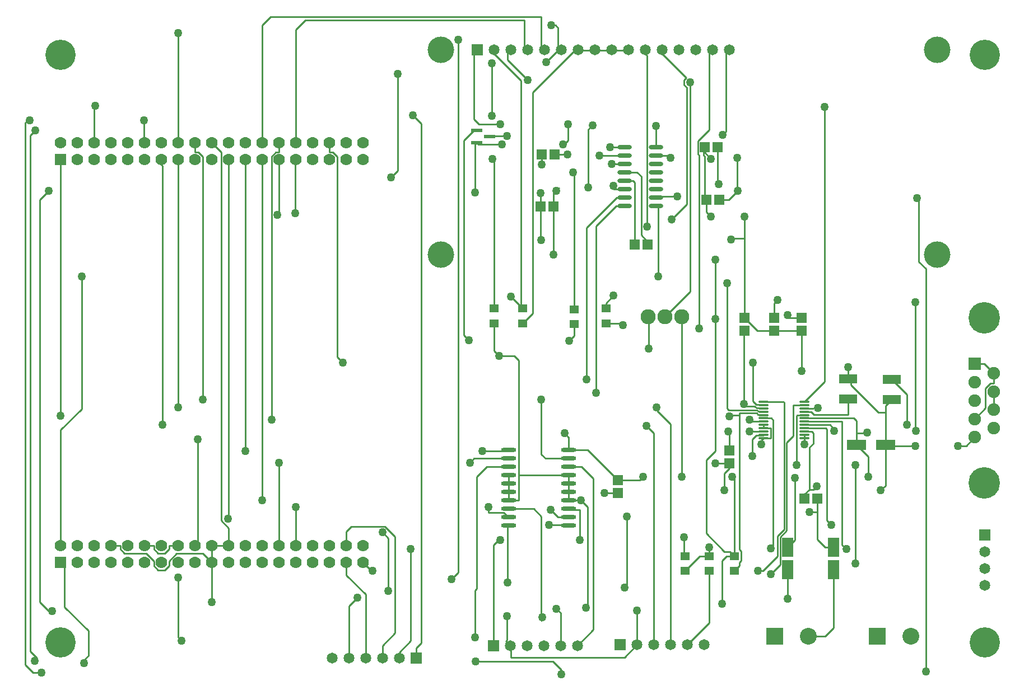
<source format=gtl>
G04*
G04 #@! TF.GenerationSoftware,Altium Limited,Altium Designer,18.1.9 (240)*
G04*
G04 Layer_Physical_Order=1*
G04 Layer_Color=255*
%FSLAX25Y25*%
%MOIN*%
G70*
G01*
G75*
%ADD13C,0.01000*%
%ADD26R,0.07500X0.07500*%
%ADD27C,0.07500*%
%ADD31C,0.10000*%
%ADD40R,0.06693X0.11417*%
%ADD41R,0.11811X0.06299*%
%ADD42R,0.06299X0.05906*%
%ADD43O,0.06496X0.01378*%
%ADD44R,0.11024X0.05315*%
%ADD45R,0.05709X0.04921*%
%ADD46R,0.05906X0.06299*%
%ADD47R,0.06693X0.02362*%
%ADD48O,0.09055X0.02362*%
%ADD49O,0.08661X0.02362*%
%ADD50R,0.06500X0.06500*%
%ADD51C,0.06500*%
%ADD52R,0.10000X0.10000*%
%ADD53R,0.06500X0.06500*%
%ADD54C,0.09000*%
%ADD55C,0.07000*%
%ADD56R,0.07000X0.07000*%
%ADD57C,0.18740*%
%ADD58C,0.05000*%
%ADD59C,0.15748*%
%ADD60C,0.18000*%
D13*
X493000Y188000D02*
X493500Y188500D01*
Y183504D02*
Y188500D01*
X492500Y182504D02*
X493500Y183504D01*
X492500Y182504D02*
X493000Y182004D01*
Y188000D02*
X493500Y187500D01*
X493000Y182004D02*
X493500Y181504D01*
X311500Y38000D02*
Y39500D01*
X311000Y37500D02*
X311500Y38000D01*
X290740Y25740D02*
Y40000D01*
X290000Y25000D02*
X290740Y25740D01*
X290000Y25000D02*
X292500Y22500D01*
X271500Y55500D02*
X272500Y56500D01*
X271500Y27500D02*
Y55500D01*
X272500Y56500D02*
Y123000D01*
X535748Y251277D02*
X540000Y247025D01*
Y7000D02*
Y247025D01*
X457500Y50500D02*
Y67905D01*
X272000Y13000D02*
X318000D01*
X323000Y8000D01*
Y5500D02*
Y8000D01*
X467606Y161921D02*
X471579D01*
X473413Y160087D01*
X493500D01*
X420000Y115000D02*
Y125000D01*
X423000Y128000D01*
Y131161D01*
X9500Y13553D02*
X11000Y15053D01*
X480421Y152079D02*
X481000Y151500D01*
Y97000D02*
Y151500D01*
Y97000D02*
X483500Y94500D01*
X472000Y150110D02*
X473000Y149110D01*
Y142999D02*
Y149110D01*
X470500Y140499D02*
X473000Y142999D01*
X440135Y67071D02*
X443071D01*
X447642Y65142D02*
X453154Y70653D01*
X447642Y65000D02*
Y65142D01*
X443071Y67071D02*
X451653Y75653D01*
X414500Y131161D02*
X423000D01*
X409161Y89339D02*
Y133161D01*
Y89339D02*
X420000Y78500D01*
X409161Y133161D02*
X414500Y138500D01*
Y217000D01*
X467606Y156016D02*
X490000D01*
X485450Y150500D02*
Y151550D01*
X482953Y154047D02*
X485450Y151550D01*
X497000Y158000D02*
X498500Y156500D01*
X467622Y158000D02*
X497000D01*
X467606Y157984D02*
X467622Y158000D01*
X297500Y124000D02*
Y192500D01*
Y109000D02*
Y124000D01*
X327413D01*
X41580Y16580D02*
Y31397D01*
X27474Y45503D02*
X41580Y31397D01*
X27474Y45503D02*
Y69526D01*
X25000Y72000D02*
X27474Y69526D01*
X7000Y19053D02*
X11000Y15053D01*
X17997Y43000D02*
X20000D01*
X12500Y48497D02*
X17997Y43000D01*
X39000Y12000D02*
Y14000D01*
X41580Y16580D01*
X374339Y261500D02*
Y263161D01*
X370500Y267000D02*
X374339Y263161D01*
X370500Y267000D02*
Y302000D01*
X368000Y304500D02*
X370500Y302000D01*
X360551Y304500D02*
X368000D01*
X366661Y261500D02*
Y298500D01*
X365661Y299500D02*
X366661Y298500D01*
X360551Y299500D02*
X365661D01*
X356000Y289500D02*
X360551D01*
X338000Y271500D02*
X356000Y289500D01*
X338000Y181000D02*
Y271500D01*
X355500Y284500D02*
X360551D01*
X343500Y272500D02*
X355500Y284500D01*
X343500Y173000D02*
Y272500D01*
X354000Y294500D02*
X360551D01*
X354000D02*
Y296500D01*
X374000Y272250D02*
Y374000D01*
X371000Y377000D02*
X374000Y374000D01*
X432000Y265000D02*
Y278000D01*
Y217839D02*
Y265000D01*
X424000Y264500D02*
X424500Y265000D01*
X432000D01*
X310500Y264500D02*
X311000Y264000D01*
X310500Y264500D02*
Y284000D01*
X427500Y294000D02*
X428000Y293500D01*
X427500Y294000D02*
Y313000D01*
X345500Y314559D02*
X345559Y314500D01*
X360551D01*
X422500Y288000D02*
X428000Y293500D01*
X416839Y288000D02*
X422500D01*
X339000Y330000D02*
X341500Y332500D01*
X339000Y295500D02*
Y330000D01*
X320000Y293500D02*
X321500Y295000D01*
X318177Y291677D02*
X320000Y293500D01*
X318177Y284000D02*
Y291677D01*
X379449Y332000D02*
X379949Y332500D01*
X379449Y319500D02*
Y332000D01*
X381000Y377000D02*
X397275Y360725D01*
X396000Y359450D02*
X397275Y360725D01*
X396000Y356550D02*
Y359450D01*
Y356550D02*
X397500Y355050D01*
Y285500D02*
Y355050D01*
X318000Y255453D02*
X318177Y255630D01*
Y284000D01*
X414500Y217000D02*
Y252500D01*
X409161Y280839D02*
X412000Y278000D01*
X409161Y280839D02*
Y288000D01*
X422752Y162669D02*
X439667D01*
X429000Y161000D02*
X439215D01*
X429000Y159673D02*
Y161000D01*
X435000Y157000D02*
X435984Y156016D01*
X432815Y165000D02*
X437890D01*
X437000Y168011D02*
Y191000D01*
Y168011D02*
X438874Y166138D01*
X435984Y156016D02*
X443394D01*
X437890Y165000D02*
X438252Y164638D01*
X461000Y147500D02*
Y165858D01*
X467606D01*
X533500Y151000D02*
X534000Y150500D01*
X533500Y151000D02*
Y227000D01*
X498500Y149250D02*
Y156500D01*
Y142000D02*
Y149250D01*
X504750D02*
X505000Y149500D01*
X498500Y149250D02*
X504750D01*
X495250Y177750D02*
X511500Y161500D01*
X495250Y177750D02*
Y179754D01*
X493500Y181504D02*
X495250Y179754D01*
X515823Y161500D02*
Y165315D01*
Y142000D02*
Y161500D01*
X511500D02*
X515823D01*
X449500Y226500D02*
X451500Y228500D01*
X449500Y217839D02*
Y226500D01*
X457500Y219339D02*
X459000Y217839D01*
X466000D01*
X420000Y78500D02*
X423429D01*
X426000Y75929D01*
X411000D02*
Y81000D01*
X467606Y167827D02*
X479500Y179720D01*
Y343500D01*
X466000Y186000D02*
X466500Y185500D01*
X466000Y186000D02*
Y210161D01*
X432000Y217839D02*
X439677Y210161D01*
X449500D01*
X466000D01*
X493500Y160087D02*
Y169496D01*
X473000Y115500D02*
X475000Y117500D01*
X470500Y115500D02*
X473000D01*
X513000Y115000D02*
X515823Y117823D01*
Y142000D01*
X467606Y150110D02*
X472000D01*
X470500Y115500D02*
Y140499D01*
X467661Y112661D02*
X470500Y115500D01*
X467661Y110000D02*
Y112661D01*
X505500Y123000D02*
Y135000D01*
X498500Y142000D02*
X505500Y135000D01*
X462000Y85594D02*
Y122500D01*
X457500Y81094D02*
X462000Y85594D01*
X447642Y80500D02*
X449142Y82000D01*
Y156858D01*
X448016Y157984D02*
X449142Y156858D01*
X443394Y157984D02*
X448016D01*
X443394Y152079D02*
X447634D01*
X447642Y152071D01*
Y146181D02*
Y152071D01*
X443394Y167827D02*
X455000D01*
X455500Y91685D02*
Y167327D01*
X455000Y167827D02*
X455500Y167327D01*
X451653Y87839D02*
X455500Y91685D01*
X451653Y75653D02*
Y87839D01*
X457000Y143500D02*
X461000Y147500D01*
X453154Y87217D02*
X457000Y91064D01*
X453154Y70653D02*
Y87217D01*
X457000Y91064D02*
Y143500D01*
X431500Y209661D02*
X432000Y210161D01*
X431500Y166500D02*
Y209661D01*
X432500Y165315D02*
X432815Y165000D01*
X438252Y164638D02*
X438603D01*
X439072Y164169D01*
X443114D01*
X443394Y163890D01*
X421500Y163921D02*
X422752Y162669D01*
X439667D02*
X440135Y162201D01*
X467606Y163890D02*
X473000D01*
X442000Y142555D02*
Y144780D01*
X443394Y146173D01*
X447634D01*
X447642Y146181D01*
X443394Y152079D02*
Y154047D01*
X467606D02*
X482953D01*
X528500Y154000D02*
Y172000D01*
X519500Y181000D02*
X528500Y172000D01*
X386500Y314500D02*
X388000Y313000D01*
X379449Y314500D02*
X386500D01*
X408161Y316339D02*
Y319500D01*
Y316339D02*
X412000Y312500D01*
X407680Y314481D02*
X408161Y314000D01*
X407680Y314481D02*
Y319019D01*
X408161Y289000D02*
Y314000D01*
X407680Y319019D02*
X408161Y319500D01*
X404209Y323064D02*
X411000Y329855D01*
X404209Y315350D02*
Y323064D01*
Y315350D02*
X405000Y314559D01*
X415839Y298161D02*
X416500Y297500D01*
X415839Y298161D02*
Y319500D01*
X408161Y289000D02*
X409161Y288000D01*
X310500Y284000D02*
Y292000D01*
X306000Y220571D02*
Y352000D01*
X331000Y377000D01*
X341000D01*
X353000Y309500D02*
X360551D01*
X311161Y309161D02*
Y315000D01*
X352000Y319500D02*
X360551D01*
X318839Y315000D02*
X325650D01*
X337500Y45000D02*
X338500Y46000D01*
Y105000D01*
X334500Y109000D02*
X338500Y105000D01*
X342000Y32000D02*
Y122000D01*
X332500Y22500D02*
X342000Y32000D01*
X335000Y129000D02*
X342000Y122000D01*
X327413Y109000D02*
X334500D01*
X327413D02*
Y114000D01*
Y119000D01*
X348677Y113323D02*
X356500D01*
X327413Y119000D02*
Y124000D01*
Y129000D02*
X335000D01*
X291587Y109000D02*
Y114000D01*
Y119000D01*
Y124000D01*
X286000Y195000D02*
X295000D01*
X297500Y192500D01*
X291587Y109000D02*
X297500D01*
X424500Y123000D02*
X426000Y121500D01*
Y75929D02*
Y121500D01*
X443114Y147862D02*
X443394Y148142D01*
X438874Y147862D02*
X443114D01*
X436500Y145489D02*
X438874Y147862D01*
X436500Y135500D02*
Y145489D01*
X467606Y142555D02*
Y146173D01*
Y148142D01*
X443284Y150000D02*
X443394Y150110D01*
X435000Y150000D02*
X443284D01*
X422421Y150110D02*
X423000Y149531D01*
Y138839D02*
Y149531D01*
X291000Y93413D02*
X291587Y94000D01*
X291000Y60000D02*
Y93413D01*
X360500Y57000D02*
X362000Y58500D01*
Y99500D01*
X475339Y102000D02*
Y110000D01*
Y85661D02*
Y102000D01*
X470500D02*
X475339D01*
Y85661D02*
X479906Y81094D01*
X485000D01*
X421429Y75929D02*
X426000D01*
X418500Y73000D02*
X421429Y75929D01*
X418500Y47500D02*
Y73000D01*
X368000Y23000D02*
Y43500D01*
X279681Y101819D02*
X288768D01*
X279500Y102000D02*
X279681Y101819D01*
X279500Y102000D02*
Y105000D01*
X396000Y76429D02*
X396500Y75929D01*
X396000Y76429D02*
Y87000D01*
X411000Y36000D02*
Y67071D01*
X398000Y23000D02*
X411000Y36000D01*
X405358Y75929D02*
X411000D01*
X396500Y67071D02*
X405358Y75929D01*
X115000Y48500D02*
Y72000D01*
X320000Y44500D02*
X322500Y42000D01*
Y22500D02*
Y42000D01*
X515823Y165315D02*
X519500Y168992D01*
X515823Y142000D02*
X516323Y141500D01*
X533500D01*
X559000D02*
X563819D01*
X569008Y146689D01*
X443394Y167827D02*
X443583Y167638D01*
X210000Y67000D02*
X210500D01*
X205000Y72000D02*
X210000Y67000D01*
X288768Y101819D02*
X291587Y99000D01*
X272500Y123000D02*
X278500Y129000D01*
X165000Y82000D02*
Y105000D01*
X271000Y134000D02*
X291587D01*
X268500Y131500D02*
X271000Y134000D01*
X155000Y82000D02*
Y131500D01*
X150500Y157000D02*
Y313864D01*
X155000Y316500D02*
Y322000D01*
X153136Y316500D02*
X155000D01*
X150500Y313864D02*
X153136Y316500D01*
X115000Y322000D02*
X120500Y316500D01*
Y97050D02*
Y316500D01*
Y97050D02*
X125000Y92550D01*
Y82000D02*
Y92550D01*
X360500Y15500D02*
X368000Y23000D01*
X293000Y15500D02*
X360500D01*
X293000D02*
Y22000D01*
X292500Y22500D02*
X293000Y22000D01*
X95000Y27500D02*
X97000Y25500D01*
X95000Y27500D02*
Y63000D01*
X89500Y82000D02*
X95000D01*
X89500Y80136D02*
Y82000D01*
X86864Y77500D02*
X89500Y80136D01*
X83136Y77500D02*
X86864D01*
X80500Y80136D02*
X83136Y77500D01*
X80500Y80136D02*
Y82000D01*
X75000D02*
X80500D01*
X94136Y77500D02*
X109500D01*
X89500Y72864D02*
X94136Y77500D01*
X89500Y70136D02*
Y72864D01*
X80500Y70136D02*
Y72864D01*
X75864Y77500D02*
X80500Y72864D01*
X63136Y77500D02*
X75864D01*
X86864Y67500D02*
X89500Y70136D01*
X83136Y67500D02*
X86864D01*
X80500Y70136D02*
X83136Y67500D01*
X60500Y80136D02*
X63136Y77500D01*
X115000Y72000D02*
Y82000D01*
X125000D01*
X109500Y77500D02*
X115000Y72000D01*
X60500Y80136D02*
Y82000D01*
X55000D02*
X60500D01*
X379449Y284500D02*
X380500Y283449D01*
Y242500D02*
Y283449D01*
X37500Y163500D02*
Y242500D01*
X25000Y151000D02*
X37500Y163500D01*
X25000Y82000D02*
Y151000D01*
X7000Y19053D02*
Y326500D01*
X379449Y289500D02*
X379949Y290000D01*
X392000D01*
X388500Y276500D02*
X397500Y285500D01*
X534500Y289000D02*
X535748Y287752D01*
Y251277D02*
Y287752D01*
X443114Y166138D02*
X443394Y165858D01*
X438874Y166138D02*
X443114D01*
X189500Y194500D02*
X193000Y191000D01*
X189500Y194500D02*
Y313864D01*
X186864Y316500D02*
X189500Y313864D01*
X185000Y316500D02*
X186864D01*
X185000D02*
Y322000D01*
X429000Y79658D02*
Y159673D01*
X439982Y160232D02*
X443114D01*
X439215Y161000D02*
X439982Y160232D01*
X443114D02*
X443394Y159953D01*
X429000Y79658D02*
X429854Y78804D01*
X429000Y72200D02*
X429854Y73054D01*
X429000Y70071D02*
Y72200D01*
X429854Y73054D02*
Y78804D01*
X423673Y159673D02*
X429000D01*
X426000Y67071D02*
X429000Y70071D01*
X84500Y309500D02*
X86000Y311000D01*
X321000Y99000D02*
X327413D01*
X316500Y103500D02*
X321000Y99000D01*
X145000Y109000D02*
Y312000D01*
X291087Y138500D02*
X291587Y139000D01*
X276000Y138500D02*
X291087D01*
X134500Y138000D02*
X135000Y138500D01*
Y312000D01*
X326913Y94500D02*
X327413Y94000D01*
X315500Y94500D02*
X326913D01*
X306500Y104000D02*
X311000Y99500D01*
Y37500D02*
Y99500D01*
X124500Y98000D02*
X125000Y98500D01*
Y312000D01*
X272500Y322000D02*
X273500Y321000D01*
X287500D01*
X324000D02*
X324500D01*
X327000Y323500D01*
Y333000D01*
X274000D02*
X286500D01*
X271000Y336000D02*
X274000Y333000D01*
X271000Y336000D02*
Y377000D01*
X271500Y321000D02*
X272500Y322000D01*
X271500Y292500D02*
Y321000D01*
X313500Y134000D02*
X327413D01*
X311000Y136500D02*
X313500Y134000D01*
X311000Y136500D02*
Y169000D01*
X109500D02*
Y313864D01*
Y167500D02*
Y169000D01*
X106864Y316500D02*
X109500Y313864D01*
X105000Y316500D02*
X106864D01*
X105000D02*
Y322000D01*
X45000Y343500D02*
X45500Y344000D01*
X45000Y322000D02*
Y343500D01*
X423000Y159000D02*
X423673Y159673D01*
X440135Y162201D02*
X443114D01*
X421500Y163921D02*
Y238500D01*
X443114Y162201D02*
X443394Y161921D01*
X25000Y159500D02*
Y312000D01*
Y158500D02*
Y159500D01*
X384500Y218500D02*
X399500Y233500D01*
Y358000D01*
X299000Y224429D02*
X300000Y223429D01*
X292929Y230500D02*
X299000Y224429D01*
X281000Y377000D02*
X299000Y359000D01*
X299000Y224429D01*
X291000Y371500D02*
X303000Y359500D01*
X291000Y371500D02*
Y377000D01*
X95000Y322000D02*
Y387500D01*
X317000Y392000D02*
X319500D01*
X321000Y390500D01*
Y377000D02*
Y390500D01*
X165000Y322000D02*
Y389500D01*
X170500Y395000D01*
X301000D01*
Y377000D02*
Y395000D01*
X145000Y322000D02*
Y392000D01*
X150000Y397000D01*
X311000D01*
Y377000D02*
Y397000D01*
X374500Y218500D02*
X375000Y218000D01*
Y199500D02*
Y218000D01*
X283000Y198000D02*
X286000Y195000D01*
X283000Y198000D02*
Y214571D01*
X281500Y338000D02*
Y369500D01*
X282114Y312500D02*
X283000Y311614D01*
Y223429D02*
Y311614D01*
X314000Y369500D02*
Y370000D01*
X321000Y377000D01*
X105000Y82000D02*
X106500Y83500D01*
Y145500D01*
X325000Y149000D02*
X327413Y146587D01*
Y139000D02*
Y146587D01*
Y139000D02*
X338500D01*
X356500Y121000D01*
X369500D02*
X371500Y123000D01*
X356500Y121000D02*
X369500D01*
X394500Y123000D02*
Y218500D01*
X349500Y226500D02*
X354000Y231000D01*
X349500Y223429D02*
Y226500D01*
X292500Y230500D02*
X292929D01*
X300000Y214571D02*
X306000Y220571D01*
X341000Y377000D02*
X351000D01*
X361000D01*
X155000Y280000D02*
Y312000D01*
X154000Y279000D02*
X155000Y280000D01*
X164500Y311500D02*
X165000Y312000D01*
X164500Y280000D02*
Y311500D01*
X388500Y274500D02*
Y276500D01*
X330000Y304500D02*
X330500Y304000D01*
Y222929D02*
Y304000D01*
X265000Y207500D02*
X268000Y204500D01*
X265000Y207500D02*
Y323480D01*
X271000Y329480D01*
X327500Y204000D02*
X330500Y207000D01*
Y214071D01*
X271000Y329480D02*
X272500D01*
X225500Y305500D02*
Y363000D01*
X221500Y301500D02*
X225500Y305500D01*
X257500Y62000D02*
X261500Y66000D01*
Y383500D01*
X358429Y214571D02*
X359500Y213500D01*
X349500Y214571D02*
X358429D01*
X349500D02*
X350071Y214000D01*
X405000Y211500D02*
Y314559D01*
X411000Y329855D02*
Y377000D01*
X282114Y326000D02*
X290740D01*
X419000Y326740D02*
X421000Y328740D01*
X418000Y325740D02*
X419000Y326740D01*
X421000Y328740D02*
Y377000D01*
X580189Y163047D02*
Y173953D01*
X574736Y190311D02*
X580189Y184858D01*
X569008Y190311D02*
X574736D01*
X580189Y178848D02*
Y184858D01*
X580044Y178703D02*
X580189Y178848D01*
X578222Y178703D02*
X580044D01*
X575439Y175920D02*
X578222Y178703D01*
X575439Y164026D02*
Y175920D01*
X569008Y157595D02*
X575439Y164026D01*
X467606Y152079D02*
X480421D01*
X490000Y82500D02*
Y156016D01*
Y82500D02*
X492500Y80000D01*
X463366Y159953D02*
X467606D01*
X463000Y159587D02*
X463366Y159953D01*
X463000Y130000D02*
Y159587D01*
X498000Y130000D02*
Y132031D01*
Y71500D02*
Y130000D01*
X485000Y33000D02*
Y67905D01*
X480000Y28000D02*
X485000Y33000D01*
X470000Y28000D02*
X480000D01*
X291587Y104000D02*
X306500D01*
X95000Y164500D02*
Y312000D01*
X379500Y164500D02*
X380000Y162500D01*
X388000Y154500D01*
Y23000D02*
Y154500D01*
X85500Y154000D02*
Y308500D01*
X84500Y309500D02*
X85500Y308500D01*
X85000Y312000D02*
X86000Y311000D01*
X373500Y153500D02*
X378000Y149000D01*
Y23000D02*
Y149000D01*
X278500Y129000D02*
X291587D01*
X74500Y322500D02*
X75000Y322000D01*
X74500Y322500D02*
Y335500D01*
X5500D02*
X6500D01*
X4000Y334000D02*
X5500Y335500D01*
X4000Y11000D02*
Y334000D01*
Y11000D02*
X8500Y6500D01*
X13500D01*
X7000Y326500D02*
X10000Y329500D01*
X282500Y82500D02*
X285500Y85500D01*
X282500Y22500D02*
Y82500D01*
X285500Y85500D02*
X286500D01*
X239500Y24000D02*
Y333500D01*
X327413Y104000D02*
X327913Y103500D01*
X334000D01*
Y85500D02*
Y103500D01*
X234500Y338500D02*
X239500Y333500D01*
X236500Y21000D02*
X239500Y24000D01*
X236500Y15000D02*
Y21000D01*
X233475Y25475D02*
Y80025D01*
X226500Y18500D02*
X233475Y25475D01*
X226500Y15000D02*
Y18500D01*
X195000Y82000D02*
Y90500D01*
X198000Y93500D01*
X217950D01*
X224000Y87450D01*
Y30000D02*
Y87450D01*
X216500Y22500D02*
X224000Y30000D01*
X216500Y15000D02*
Y22500D01*
X195000Y64500D02*
Y72000D01*
Y64500D02*
X206500Y53000D01*
Y15000D02*
Y53000D01*
X216500Y90000D02*
X220000Y86500D01*
Y55000D02*
Y86500D01*
X196500Y46000D02*
X201500Y51000D01*
X196500Y15000D02*
Y46000D01*
X18000Y293500D02*
X18500Y294000D01*
X12500Y288000D02*
X18000Y293500D01*
X12500Y48497D02*
Y288000D01*
D26*
X569008Y190311D02*
D03*
D27*
Y146689D02*
D03*
X580189Y152142D02*
D03*
X569008Y157595D02*
D03*
X580189Y163047D02*
D03*
X569008Y168500D02*
D03*
X580189Y173953D02*
D03*
X569008Y179405D02*
D03*
X580189Y184858D02*
D03*
D31*
X531000Y28283D02*
D03*
X470000Y28000D02*
D03*
D40*
X457500Y67905D02*
D03*
Y81094D02*
D03*
X485000Y67905D02*
D03*
Y81094D02*
D03*
D41*
X515823Y142000D02*
D03*
X498500D02*
D03*
D42*
X449500Y210161D02*
D03*
Y217839D02*
D03*
X466000Y210161D02*
D03*
Y217839D02*
D03*
X432000Y217839D02*
D03*
Y210161D02*
D03*
X423000Y131161D02*
D03*
Y138839D02*
D03*
X356500Y113323D02*
D03*
Y121000D02*
D03*
D43*
X467606Y146173D02*
D03*
Y148142D02*
D03*
Y150110D02*
D03*
Y152079D02*
D03*
Y154047D02*
D03*
Y156016D02*
D03*
Y157984D02*
D03*
Y159953D02*
D03*
Y161921D02*
D03*
Y163890D02*
D03*
Y165858D02*
D03*
Y167827D02*
D03*
X443394Y146173D02*
D03*
Y148142D02*
D03*
Y150110D02*
D03*
Y152079D02*
D03*
Y154047D02*
D03*
Y156016D02*
D03*
Y157984D02*
D03*
Y159953D02*
D03*
Y161921D02*
D03*
Y163890D02*
D03*
Y165858D02*
D03*
Y167827D02*
D03*
D44*
X493500Y169496D02*
D03*
Y181504D02*
D03*
X519500Y181000D02*
D03*
Y168992D02*
D03*
D45*
X396500Y67071D02*
D03*
Y75929D02*
D03*
X411000Y67071D02*
D03*
Y75929D02*
D03*
X426000Y67071D02*
D03*
Y75929D02*
D03*
X300000Y214571D02*
D03*
Y223429D02*
D03*
X349500Y214571D02*
D03*
Y223429D02*
D03*
X283000Y214571D02*
D03*
Y223429D02*
D03*
X330500Y222929D02*
D03*
Y214071D02*
D03*
D46*
X467661Y110000D02*
D03*
X475339D02*
D03*
X311161Y315000D02*
D03*
X318839D02*
D03*
X310500Y284000D02*
D03*
X318177D02*
D03*
X409161Y288000D02*
D03*
X416839D02*
D03*
X366661Y261500D02*
D03*
X374339D02*
D03*
X408161Y319500D02*
D03*
X415839D02*
D03*
D47*
X272500Y329480D02*
D03*
Y322000D02*
D03*
X280374Y325740D02*
D03*
D48*
X327413Y94000D02*
D03*
Y99000D02*
D03*
Y104000D02*
D03*
Y109000D02*
D03*
Y114000D02*
D03*
Y119000D02*
D03*
Y124000D02*
D03*
Y129000D02*
D03*
Y134000D02*
D03*
Y139000D02*
D03*
X291587Y94000D02*
D03*
Y99000D02*
D03*
Y104000D02*
D03*
Y109000D02*
D03*
Y114000D02*
D03*
Y119000D02*
D03*
Y124000D02*
D03*
Y129000D02*
D03*
Y134000D02*
D03*
Y139000D02*
D03*
D49*
X360551Y319500D02*
D03*
Y314500D02*
D03*
Y309500D02*
D03*
Y304500D02*
D03*
Y299500D02*
D03*
Y294500D02*
D03*
Y289500D02*
D03*
Y284500D02*
D03*
X379449Y319500D02*
D03*
Y314500D02*
D03*
Y309500D02*
D03*
Y304500D02*
D03*
Y299500D02*
D03*
Y294500D02*
D03*
Y289500D02*
D03*
Y284500D02*
D03*
D50*
X358000Y23000D02*
D03*
X273000Y377500D02*
D03*
X282500Y22500D02*
D03*
X236500Y15000D02*
D03*
D51*
X368000Y23000D02*
D03*
X378000D02*
D03*
X388000D02*
D03*
X398000D02*
D03*
X408000D02*
D03*
X283000Y377500D02*
D03*
X293000D02*
D03*
X303000D02*
D03*
X313000D02*
D03*
X323000D02*
D03*
X333000D02*
D03*
X343000D02*
D03*
X353000D02*
D03*
X363000D02*
D03*
X373000D02*
D03*
X383000D02*
D03*
X393000D02*
D03*
X403000D02*
D03*
X413000D02*
D03*
X423000D02*
D03*
X575000Y78500D02*
D03*
Y68500D02*
D03*
Y58500D02*
D03*
X332500Y22500D02*
D03*
X322500D02*
D03*
X312500D02*
D03*
X302500D02*
D03*
X292500D02*
D03*
X186500Y15000D02*
D03*
X196500D02*
D03*
X206500D02*
D03*
X216500D02*
D03*
X226500D02*
D03*
D52*
X511000Y28283D02*
D03*
X450000Y28000D02*
D03*
D53*
X575000Y88500D02*
D03*
D54*
X394500Y218500D02*
D03*
X384500D02*
D03*
X374500D02*
D03*
D55*
X205000Y322000D02*
D03*
Y312000D02*
D03*
X195000Y322000D02*
D03*
Y312000D02*
D03*
X185000Y322000D02*
D03*
Y312000D02*
D03*
X175000Y322000D02*
D03*
Y312000D02*
D03*
X165000Y322000D02*
D03*
Y312000D02*
D03*
X155000Y322000D02*
D03*
Y312000D02*
D03*
X145000Y322000D02*
D03*
Y312000D02*
D03*
X135000Y322000D02*
D03*
Y312000D02*
D03*
X125000Y322000D02*
D03*
Y312000D02*
D03*
X115000Y322000D02*
D03*
Y312000D02*
D03*
X105000Y322000D02*
D03*
Y312000D02*
D03*
X95000Y322000D02*
D03*
Y312000D02*
D03*
X85000Y322000D02*
D03*
Y312000D02*
D03*
X75000Y322000D02*
D03*
Y312000D02*
D03*
X65000Y322000D02*
D03*
Y312000D02*
D03*
X55000Y322000D02*
D03*
Y312000D02*
D03*
X45000Y322000D02*
D03*
Y312000D02*
D03*
X35000Y322000D02*
D03*
Y312000D02*
D03*
X25000Y322000D02*
D03*
X205000Y82000D02*
D03*
Y72000D02*
D03*
X195000Y82000D02*
D03*
Y72000D02*
D03*
X185000Y82000D02*
D03*
Y72000D02*
D03*
X175000Y82000D02*
D03*
Y72000D02*
D03*
X165000Y82000D02*
D03*
Y72000D02*
D03*
X155000Y82000D02*
D03*
Y72000D02*
D03*
X145000Y82000D02*
D03*
Y72000D02*
D03*
X135000Y82000D02*
D03*
Y72000D02*
D03*
X125000Y82000D02*
D03*
Y72000D02*
D03*
X115000Y82000D02*
D03*
Y72000D02*
D03*
X105000Y82000D02*
D03*
Y72000D02*
D03*
X95000Y82000D02*
D03*
Y72000D02*
D03*
X85000Y82000D02*
D03*
Y72000D02*
D03*
X75000Y82000D02*
D03*
Y72000D02*
D03*
X65000Y82000D02*
D03*
Y72000D02*
D03*
X55000Y82000D02*
D03*
Y72000D02*
D03*
X45000Y82000D02*
D03*
Y72000D02*
D03*
X35000Y82000D02*
D03*
Y72000D02*
D03*
X25000Y82000D02*
D03*
D56*
Y312000D02*
D03*
Y72000D02*
D03*
D57*
X574598Y217693D02*
D03*
Y119307D02*
D03*
D58*
X493500Y188500D02*
D03*
X311500Y39500D02*
D03*
X290740Y40000D02*
D03*
X271500Y27500D02*
D03*
X540000Y7000D02*
D03*
X457500Y50500D02*
D03*
X272000Y13000D02*
D03*
X323000Y5500D02*
D03*
X475500Y164169D02*
D03*
X420000Y115000D02*
D03*
X9500Y13553D02*
D03*
X440135Y67071D02*
D03*
X447642Y65000D02*
D03*
X414500Y131161D02*
D03*
X485450Y150500D02*
D03*
X20000Y43000D02*
D03*
X39000Y12000D02*
D03*
X354000Y296500D02*
D03*
X374000Y272250D02*
D03*
X311000Y264000D02*
D03*
X424000Y264500D02*
D03*
X427500Y313000D02*
D03*
X428000Y293500D02*
D03*
X345559Y314500D02*
D03*
X341500Y332500D02*
D03*
X339000Y295500D02*
D03*
X320000Y293500D02*
D03*
X379449Y332000D02*
D03*
X318177Y255630D02*
D03*
X414500Y252500D02*
D03*
X432000Y278000D02*
D03*
X412000D02*
D03*
X435000Y157000D02*
D03*
X534000Y150500D02*
D03*
X533500Y227000D02*
D03*
X451500Y228500D02*
D03*
X505000Y149500D02*
D03*
X457500Y219339D02*
D03*
X414500Y217000D02*
D03*
X411000Y81000D02*
D03*
X466000Y186000D02*
D03*
X513000Y115000D02*
D03*
X475000Y117500D02*
D03*
X505500Y123000D02*
D03*
X462000Y122500D02*
D03*
X447642Y80500D02*
D03*
X431500Y166500D02*
D03*
X442000Y142555D02*
D03*
X528500Y154000D02*
D03*
X412000Y312500D02*
D03*
X388000Y313000D02*
D03*
X416500Y297500D02*
D03*
X310500Y292000D02*
D03*
X311161Y309161D02*
D03*
X353000Y309500D02*
D03*
X352000Y319500D02*
D03*
X326500Y315000D02*
D03*
X337500Y45000D02*
D03*
X348677Y113323D02*
D03*
X334500Y109000D02*
D03*
X424500Y123000D02*
D03*
X436500Y135500D02*
D03*
X467606Y142555D02*
D03*
X435000Y150000D02*
D03*
X422421Y150110D02*
D03*
X291000Y60000D02*
D03*
X360500Y57000D02*
D03*
X362000Y99500D02*
D03*
X470500Y102000D02*
D03*
X418500Y47500D02*
D03*
X368000Y43500D02*
D03*
X396000Y87000D02*
D03*
X115000Y48500D02*
D03*
X320000Y44500D02*
D03*
X533500Y141500D02*
D03*
X559000D02*
D03*
X210500Y67000D02*
D03*
X279500Y105000D02*
D03*
X165000D02*
D03*
X268500Y131500D02*
D03*
X155000D02*
D03*
X97000Y25500D02*
D03*
X95000Y63000D02*
D03*
X380500Y242500D02*
D03*
X37500D02*
D03*
X392000Y290000D02*
D03*
X534500Y289000D02*
D03*
X437000Y191000D02*
D03*
X193000D02*
D03*
X150500Y157000D02*
D03*
X316500Y103500D02*
D03*
X145000Y109000D02*
D03*
X276000Y138500D02*
D03*
X135000D02*
D03*
X315500Y94500D02*
D03*
X124500Y98000D02*
D03*
X287500Y321000D02*
D03*
X324000D02*
D03*
X327000Y333000D02*
D03*
X286500D02*
D03*
X271500Y292500D02*
D03*
X311000Y169000D02*
D03*
X109500D02*
D03*
X479500Y343500D02*
D03*
X45500Y344000D02*
D03*
X423000Y159000D02*
D03*
X25000Y159500D02*
D03*
X421500Y238500D02*
D03*
X399500Y358000D02*
D03*
X303000Y359500D02*
D03*
X95000Y387500D02*
D03*
X317000Y392000D02*
D03*
X375000Y199500D02*
D03*
X286000Y195000D02*
D03*
X281500Y338000D02*
D03*
X282114Y312500D02*
D03*
X281500Y369500D02*
D03*
X314000Y370000D02*
D03*
X106500Y145500D02*
D03*
X325000Y149000D02*
D03*
X371500Y123000D02*
D03*
X394500D02*
D03*
X354000Y231000D02*
D03*
X292929Y230500D02*
D03*
X154000Y279000D02*
D03*
X164500Y280000D02*
D03*
X388500Y276500D02*
D03*
X330000Y304500D02*
D03*
X327500Y204000D02*
D03*
X268000Y204500D02*
D03*
X221500Y301500D02*
D03*
X225500Y363000D02*
D03*
X257500Y62000D02*
D03*
X261500Y383500D02*
D03*
X359500Y213500D02*
D03*
X405000Y211500D02*
D03*
X290740Y326000D02*
D03*
X419000Y326740D02*
D03*
X338000Y181000D02*
D03*
X343500Y173000D02*
D03*
X483500Y94500D02*
D03*
X492500Y80000D02*
D03*
X463000Y130000D02*
D03*
X498000D02*
D03*
Y71500D02*
D03*
X95000Y164500D02*
D03*
X379500D02*
D03*
X85500Y154000D02*
D03*
X373500Y153500D02*
D03*
X74500Y335500D02*
D03*
X6500D02*
D03*
X13500Y6500D02*
D03*
X10000Y329500D02*
D03*
X334000Y85500D02*
D03*
X286500D02*
D03*
X234500Y338500D02*
D03*
X233475Y80025D02*
D03*
X216500Y90000D02*
D03*
X220000Y55000D02*
D03*
X201500Y51000D02*
D03*
X18000Y293500D02*
D03*
D59*
X546622Y377500D02*
D03*
Y255453D02*
D03*
X251346D02*
D03*
Y377500D02*
D03*
D60*
X575000Y374500D02*
D03*
Y24500D02*
D03*
X25000Y374500D02*
D03*
Y24500D02*
D03*
M02*

</source>
